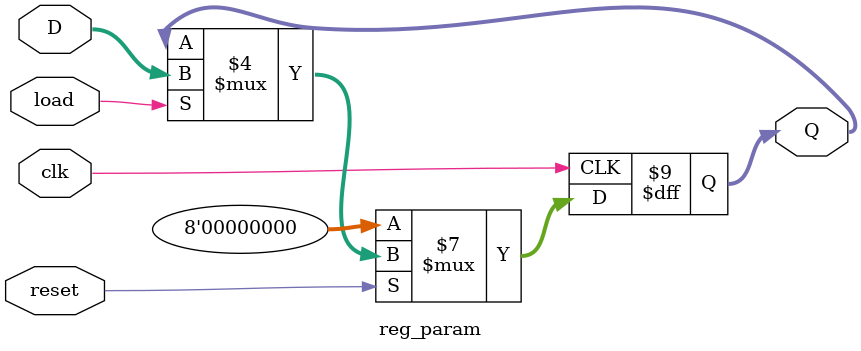
<source format=sv>
`timescale 1ns / 1ps

module reg_param#(parameter N = 8)(
    input logic clk, reset, load,
    input logic [N-1:0] D,
    output logic [N-1:0]Q
    );
    
    always_ff@(posedge clk)
        if (!reset)
            Q <= 'b0;
        else if (load)
            Q <= D; 
        else 
            Q <= Q;
endmodule

</source>
